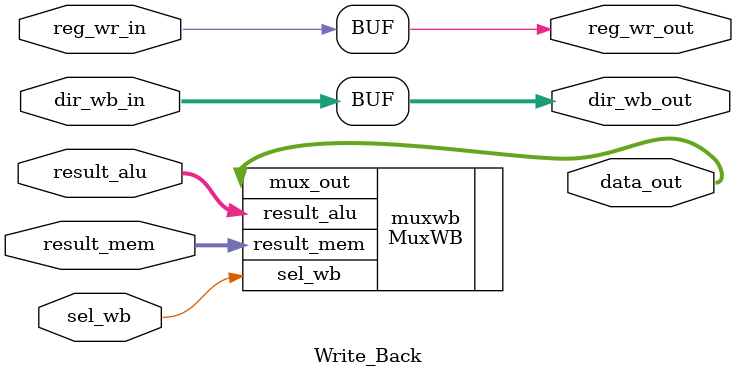
<source format=v>
module Write_Back (result_mem, 
						 result_alu,
						 sel_wb,
						 reg_wr_in,
						 reg_wr_out,
						 dir_wb_in,
						 dir_wb_out,
						 data_out);

						 
input wire [31:0] result_mem;
input wire [31:0] result_alu;
input wire [3:0] dir_wb_in;
input wire reg_wr_in;
input wire sel_wb;


output wire [31:0] data_out;
output wire [3:0] dir_wb_out;
output wire reg_wr_out;

						 
assign dir_wb_out= dir_wb_in;
assign reg_wr_out=reg_wr_in;

MuxWB muxwb (.result_alu(result_alu), 
				 .result_mem(result_mem), 
				 .mux_out(data_out), 
				 .sel_wb(sel_wb));					 
endmodule
						 
						 
					
</source>
